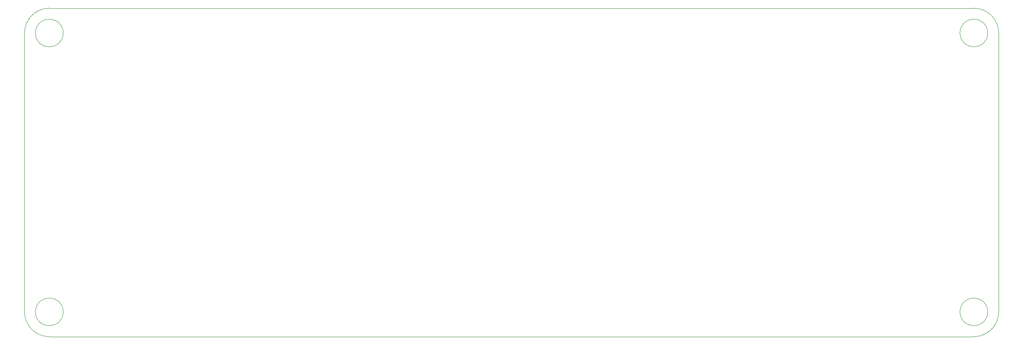
<source format=gbr>
G04 #@! TF.GenerationSoftware,KiCad,Pcbnew,(5.1.4-0-10_14)*
G04 #@! TF.CreationDate,2019-10-28T19:48:47-04:00*
G04 #@! TF.ProjectId,NixieClock,4e697869-6543-46c6-9f63-6b2e6b696361,rev?*
G04 #@! TF.SameCoordinates,Original*
G04 #@! TF.FileFunction,Profile,NP*
%FSLAX46Y46*%
G04 Gerber Fmt 4.6, Leading zero omitted, Abs format (unit mm)*
G04 Created by KiCad (PCBNEW (5.1.4-0-10_14)) date 2019-10-28 19:48:47*
%MOMM*%
%LPD*%
G04 APERTURE LIST*
%ADD10C,0.050000*%
G04 APERTURE END LIST*
D10*
X269240000Y-71120000D02*
G75*
G02X274320000Y-76200000I0J-5080000D01*
G01*
X272079806Y-76200000D02*
G75*
G03X272079806Y-76200000I-2839806J0D01*
G01*
X274320000Y-133350000D02*
G75*
G02X269240000Y-138430000I-5080000J0D01*
G01*
X272079806Y-133350000D02*
G75*
G03X272079806Y-133350000I-2839806J0D01*
G01*
X80010000Y-138430000D02*
G75*
G02X74930000Y-133350000I0J5080000D01*
G01*
X82849806Y-133350000D02*
G75*
G03X82849806Y-133350000I-2839806J0D01*
G01*
X74930000Y-76200000D02*
G75*
G02X80010000Y-71120000I5080000J0D01*
G01*
X82849806Y-76200000D02*
G75*
G03X82849806Y-76200000I-2839806J0D01*
G01*
X80010000Y-71120000D02*
X269240000Y-71120000D01*
X74930000Y-133350000D02*
X74930000Y-76200000D01*
X274320000Y-133350000D02*
X274320000Y-76200000D01*
X80010000Y-138430000D02*
X269240000Y-138430000D01*
M02*

</source>
